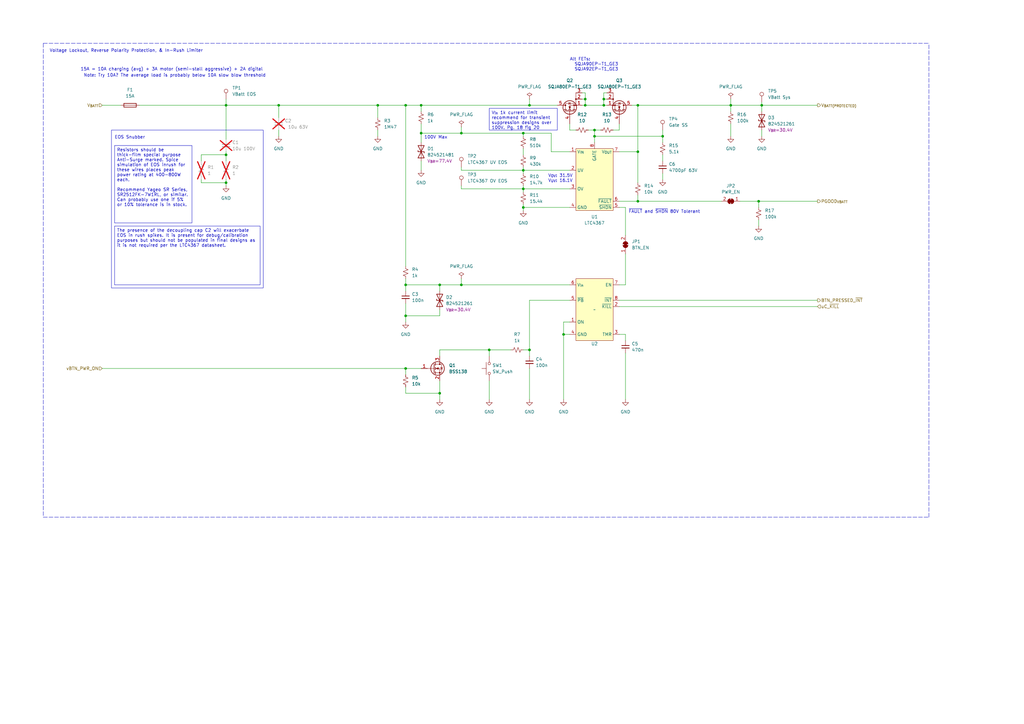
<source format=kicad_sch>
(kicad_sch (version 20230121) (generator eeschema)
  (paper "A3")
  (title_block (title "Kicker v3.0") (date "2023-11-07") (rev "0") (company "SSL A-Team") (comment 1 "Author: William Stuckey"))
  (lib_symbols
    (symbol "AT-PowerIC:LTC2955-1"
      (property "Reference" "U" (at 0 -13.97 0))
      (property "Value" "LTC2955-1" (at 0 13.97 0))
      (symbol "LTC2955-1_1_1"
        (rectangle (start -7.62 12.7) (end 7.62 -12.7) (fill (type background)))
        (pin input line (at -10.16 -5.08 0) (length 2.54) (name "ON") (number "1"))
        (pin input line (at 10.16 1.27 180) (length 2.54) (name "~{KILL}") (number "2"))
        (pin bidirectional line (at 10.16 -10.16 180) (length 2.54) (name "TMR") (number "3"))
        (pin power_in line (at -10.16 -10.16 0) (length 2.54) (name "GND") (number "4"))
        (pin input line (at -10.16 3.81 0) (length 2.54) (name "~{PB}") (number "5"))
        (pin power_in line (at -10.16 10.16 0) (length 2.54) (name "V_{in}") (number "6"))
        (pin power_out line (at 10.16 10.16 180) (length 2.54) (name "EN") (number "7"))
        (pin output line (at 10.16 3.81 180) (length 2.54) (name "~{INT}") (number "8"))
      )
    )
    (symbol "AT-PowerIC:LTC4367"
      (property "Reference" "U" (at 2.54 13.97 0))
      (property "Value" "LTC4367" (at 0 -15.24 0))
      (symbol "LTC4367_0_1"
        (rectangle (start -7.62 12.7) (end 7.62 -12.7) (stroke (width 0.1524)) (fill (type background)))
      )
      (symbol "LTC4367_1_1"
        (pin power_in line (at -10.16 11.43 0) (length 2.54) (name "V_{IN}") (number "1"))
        (pin input line (at -10.16 3.81 0) (length 2.54) (name "UV") (number "2"))
        (pin input line (at -10.16 -3.81 0) (length 2.54) (name "OV") (number "3"))
        (pin power_in line (at -10.16 -11.43 0) (length 2.54) (name "GND") (number "4"))
        (pin input line (at 10.16 -11.43 180) (length 2.54) (name "~{SHDN}") (number "5"))
        (pin open_collector line (at 10.16 -8.89 180) (length 2.54) (name "~{FAULT}") (number "6"))
        (pin input line (at 10.16 11.43 180) (length 2.54) (name "V_{OUT}") (number "7"))
        (pin output line (at 0 15.24 270) (length 2.54) (name "GATE") (number "8"))
      )
    )
    (symbol "AT-Transistors:Q_NMOS_SGD_PowerPAK" (pin_names (offset 0) hide)
      (property "Reference" "Q" (at 5.08 1.27 0))
      (property "Value" "Q_NMOS_SGD_PowerPAK" (at 5.08 -1.27 0))
      (symbol "Q_NMOS_SGD_PowerPAK_0_1"
        (polyline (pts (xy 0.254 0) (xy -2.54 0)))
        (polyline (pts (xy 0.254 1.905) (xy 0.254 -1.905)) (stroke (width 0.254)))
        (polyline (pts (xy 0.762 -1.27) (xy 0.762 -2.286)) (stroke (width 0.254)))
        (polyline (pts (xy 0.762 0.508) (xy 0.762 -0.508)) (stroke (width 0.254)))
        (polyline (pts (xy 0.762 2.286) (xy 0.762 1.27)) (stroke (width 0.254)))
        (polyline (pts (xy 2.54 2.54) (xy 2.54 1.778)))
        (polyline (pts (xy 7.62 -2.54) (xy 5.08 -2.54)) (stroke (width 0.1524)))
        (polyline (pts (xy 2.54 -2.54) (xy 2.54 0) (xy 0.762 0)))
        (polyline (pts (xy 5.08 -2.54) (xy 2.54 -2.54) (xy 3.81 -2.54)) (stroke (width 0.1524)))
        (polyline (pts (xy 0.762 -1.778) (xy 3.302 -1.778) (xy 3.302 1.778) (xy 0.762 1.778)))
        (polyline (pts (xy 1.016 0) (xy 2.032 0.381) (xy 2.032 -0.381) (xy 1.016 0)) (fill (type outline)))
        (polyline (pts (xy 2.794 0.508) (xy 2.921 0.381) (xy 3.683 0.381) (xy 3.81 0.254)))
        (polyline (pts (xy 3.302 0.381) (xy 2.921 -0.254) (xy 3.683 -0.254) (xy 3.302 0.381)))
        (circle (center 1.651 0) (radius 2.794) (stroke (width 0.254)))
        (circle (center 2.54 -2.54) (radius 0.254) (fill (type outline)))
        (circle (center 2.54 -1.778) (radius 0.254) (fill (type outline)))
        (circle (center 2.54 1.778) (radius 0.254) (fill (type outline)))
        (circle (center 5.08 -2.54) (radius 0.254) (fill (type outline)))
      )
      (symbol "Q_NMOS_SGD_PowerPAK_1_1"
        (pin passive line (at 2.54 -5.08 90) (length 2.54) (name "S") (number "1"))
        (pin passive line (at 5.08 -5.08 90) (length 2.54) (name "S") (number "2"))
        (pin passive line (at 7.62 -5.08 90) (length 2.54) (name "S") (number "3"))
        (pin input line (at -5.08 0 0) (length 5.08) (name "G") (number "4"))
        (pin passive line (at 2.54 5.08 270) (length 2.54) (name "D") (number "5"))
      )
    )
    (symbol "Connector:TestPoint" (pin_numbers hide) (pin_names (offset 0.762) hide)
      (property "Reference" "TP" (at 0 6.858 0))
      (property "Value" "TestPoint" (at 0 5.08 0))
      (symbol "TestPoint_0_1"
        (circle (center 0 3.302) (radius 0.762))
      )
      (symbol "TestPoint_1_1"
        (pin passive line (at 0 0 90) (length 2.54) (name "1") (number "1"))
      )
    )
    (symbol "Device:C_Small" (pin_numbers hide) (pin_names (offset 0.254) hide)
      (property "Reference" "C" (at 0.254 1.778 0))
      (property "Value" "C_Small" (at 0.254 -2.032 0))
      (symbol "C_Small_0_1"
        (polyline (pts (xy -1.524 -0.508) (xy 1.524 -0.508)) (stroke (width 0.3302)))
        (polyline (pts (xy -1.524 0.508) (xy 1.524 0.508)) (stroke (width 0.3048)))
      )
      (symbol "C_Small_1_1"
        (pin passive line (at 0 2.54 270) (length 2.032) (name "~") (number "1"))
        (pin passive line (at 0 -2.54 90) (length 2.032) (name "~") (number "2"))
      )
    )
    (symbol "Device:D_TVS" (pin_numbers hide) (pin_names (offset 1.016) hide)
      (property "Reference" "D" (at 0 2.54 0))
      (property "Value" "D_TVS" (at 0 -2.54 0))
      (symbol "D_TVS_0_1"
        (polyline (pts (xy 1.27 0) (xy -1.27 0)))
        (polyline (pts (xy 0.508 1.27) (xy 0 1.27) (xy 0 -1.27) (xy -0.508 -1.27)) (stroke (width 0.254)))
        (polyline (pts (xy -2.54 1.27) (xy -2.54 -1.27) (xy 2.54 1.27) (xy 2.54 -1.27) (xy -2.54 1.27)) (stroke (width 0.254)))
      )
      (symbol "D_TVS_1_1"
        (pin passive line (at -3.81 0 0) (length 2.54) (name "A1") (number "1"))
        (pin passive line (at 3.81 0 180) (length 2.54) (name "A2") (number "2"))
      )
    )
    (symbol "Device:Fuse" (pin_numbers hide) (pin_names (offset 0))
      (property "Reference" "F" (at 2.032 0 90))
      (property "Value" "Fuse" (at -1.905 0 90))
      (symbol "Fuse_0_1"
        (rectangle (start -0.762 -2.54) (end 0.762 2.54) (stroke (width 0.254)))
        (polyline (pts (xy 0 2.54) (xy 0 -2.54)))
      )
      (symbol "Fuse_1_1"
        (pin passive line (at 0 3.81 270) (length 1.27) (name "~") (number "1"))
        (pin passive line (at 0 -3.81 90) (length 1.27) (name "~") (number "2"))
      )
    )
    (symbol "Device:R_Small_US" (pin_numbers hide) (pin_names (offset 0.254) hide)
      (property "Reference" "R" (at 0.762 0.508 0))
      (property "Value" "R_Small_US" (at 0.762 -1.016 0))
      (symbol "R_Small_US_1_1"
        (polyline (pts (xy 0 0) (xy 1.016 -0.381) (xy 0 -0.762) (xy -1.016 -1.143) (xy 0 -1.524)))
        (polyline (pts (xy 0 1.524) (xy 1.016 1.143) (xy 0 0.762) (xy -1.016 0.381) (xy 0 0)))
        (pin passive line (at 0 2.54 270) (length 1.016) (name "~") (number "1"))
        (pin passive line (at 0 -2.54 90) (length 1.016) (name "~") (number "2"))
      )
    )
    (symbol "Device:R_US" (pin_numbers hide) (pin_names (offset 0))
      (property "Reference" "R" (at 2.54 0 90))
      (property "Value" "R_US" (at -2.54 0 90))
      (symbol "R_US_0_1"
        (polyline (pts (xy 0 -2.286) (xy 0 -2.54)))
        (polyline (pts (xy 0 2.286) (xy 0 2.54)))
        (polyline (pts (xy 0 -0.762) (xy 1.016 -1.143) (xy 0 -1.524) (xy -1.016 -1.905) (xy 0 -2.286)))
        (polyline (pts (xy 0 0.762) (xy 1.016 0.381) (xy 0 0) (xy -1.016 -0.381) (xy 0 -0.762)))
        (polyline (pts (xy 0 2.286) (xy 1.016 1.905) (xy 0 1.524) (xy -1.016 1.143) (xy 0 0.762)))
      )
      (symbol "R_US_1_1"
        (pin passive line (at 0 3.81 270) (length 1.27) (name "~") (number "1"))
        (pin passive line (at 0 -3.81 90) (length 1.27) (name "~") (number "2"))
      )
    )
    (symbol "Jumper:SolderJumper_2_Bridged" (pin_names (offset 0) hide)
      (property "Reference" "JP" (at 0 2.032 0))
      (property "Value" "SolderJumper_2_Bridged" (at 0 -2.54 0))
      (symbol "SolderJumper_2_Bridged_0_1"
        (rectangle (start -0.508 0.508) (end 0.508 -0.508) (fill (type outline)))
        (arc (start -0.254 1.016) (mid -1.2656 0) (end -0.254 -1.016))
        (arc (start -0.254 1.016) (mid -1.2656 0) (end -0.254 -1.016) (fill (type outline)))
        (polyline (pts (xy -0.254 1.016) (xy -0.254 -1.016)))
        (polyline (pts (xy 0.254 1.016) (xy 0.254 -1.016)))
        (arc (start 0.254 -1.016) (mid 1.2656 0) (end 0.254 1.016))
        (arc (start 0.254 -1.016) (mid 1.2656 0) (end 0.254 1.016) (fill (type outline)))
      )
      (symbol "SolderJumper_2_Bridged_1_1"
        (pin passive line (at -3.81 0 0) (length 2.54) (name "A") (number "1"))
        (pin passive line (at 3.81 0 180) (length 2.54) (name "B") (number "2"))
      )
    )
    (symbol "Switch:SW_Push" (pin_numbers hide) (pin_names (offset 1.016) hide)
      (property "Reference" "SW" (at 1.27 2.54 0))
      (property "Value" "SW_Push" (at 0 -1.524 0))
      (symbol "SW_Push_0_1"
        (circle (center -2.032 0) (radius 0.508))
        (polyline (pts (xy 0 1.27) (xy 0 3.048)))
        (polyline (pts (xy 2.54 1.27) (xy -2.54 1.27)))
        (circle (center 2.032 0) (radius 0.508))
        (pin passive line (at -5.08 0 0) (length 2.54) (name "1") (number "1"))
        (pin passive line (at 5.08 0 180) (length 2.54) (name "2") (number "2"))
      )
    )
    (symbol "Transistor_FET:BSS138" (pin_names hide)
      (property "Reference" "Q" (at 5.08 1.905 0))
      (property "Value" "BSS138" (at 5.08 0 0))
      (symbol "BSS138_0_1"
        (polyline (pts (xy 0.254 0) (xy -2.54 0)))
        (polyline (pts (xy 0.254 1.905) (xy 0.254 -1.905)) (stroke (width 0.254)))
        (polyline (pts (xy 0.762 -1.27) (xy 0.762 -2.286)) (stroke (width 0.254)))
        (polyline (pts (xy 0.762 0.508) (xy 0.762 -0.508)) (stroke (width 0.254)))
        (polyline (pts (xy 0.762 2.286) (xy 0.762 1.27)) (stroke (width 0.254)))
        (polyline (pts (xy 2.54 2.54) (xy 2.54 1.778)))
        (polyline (pts (xy 2.54 -2.54) (xy 2.54 0) (xy 0.762 0)))
        (polyline (pts (xy 0.762 -1.778) (xy 3.302 -1.778) (xy 3.302 1.778) (xy 0.762 1.778)))
        (polyline (pts (xy 1.016 0) (xy 2.032 0.381) (xy 2.032 -0.381) (xy 1.016 0)) (fill (type outline)))
        (polyline (pts (xy 2.794 0.508) (xy 2.921 0.381) (xy 3.683 0.381) (xy 3.81 0.254)))
        (polyline (pts (xy 3.302 0.381) (xy 2.921 -0.254) (xy 3.683 -0.254) (xy 3.302 0.381)))
        (circle (center 1.651 0) (radius 2.794) (stroke (width 0.254)))
        (circle (center 2.54 -1.778) (radius 0.254) (fill (type outline)))
        (circle (center 2.54 1.778) (radius 0.254) (fill (type outline)))
      )
      (symbol "BSS138_1_1"
        (pin input line (at -5.08 0 0) (length 2.54) (name "G") (number "1"))
        (pin passive line (at 2.54 -5.08 90) (length 2.54) (name "S") (number "2"))
        (pin passive line (at 2.54 5.08 270) (length 2.54) (name "D") (number "3"))
      )
    )
    (symbol "power:GND" (power) (pin_names (offset 0))
      (property "Value" "GND" (at 0 -3.81 0))
      (symbol "GND_0_1"
        (polyline (pts (xy 0 0) (xy 0 -1.27) (xy 1.27 -1.27) (xy 0 -2.54) (xy -1.27 -1.27) (xy 0 -1.27)))
      )
      (symbol "GND_1_1"
        (pin power_in line (at 0 0 270) (length 0) hide (name "GND") (number "1"))
      )
    )
    (symbol "power:PWR_FLAG" (power) (pin_numbers hide) (pin_names (offset 0) hide)
      (property "Value" "PWR_FLAG" (at 0 3.81 0))
      (symbol "PWR_FLAG_0_0"
        (pin power_out line (at 0 0 90) (length 0) (name "pwr") (number "1"))
      )
      (symbol "PWR_FLAG_0_1"
        (polyline (pts (xy 0 0) (xy 0 1.27) (xy -1.016 1.905) (xy 0 2.54) (xy 1.016 1.905) (xy 0 1.27)))
      )
    )
  )
  (junction (at 180.34 161.29))
  (junction (at 312.42 43.18))
  (junction (at 214.63 77.47) (diameter 0.9144))
  (junction (at 311.15 82.55))
  (junction (at 166.37 151.13))
  (junction (at 172.72 54.61))
  (junction (at 271.78 55.88))
  (junction (at 92.71 63.5))
  (junction (at 240.03 40.64))
  (junction (at 243.84 55.88) (diameter 0.9144))
  (junction (at 214.63 54.61))
  (junction (at 166.37 43.18))
  (junction (at 189.23 116.84))
  (junction (at 261.62 62.23))
  (junction (at 166.37 129.54))
  (junction (at 243.84 53.34) (diameter 0.9144))
  (junction (at 247.65 43.18))
  (junction (at 247.65 40.64))
  (junction (at 214.63 69.85) (diameter 0.9144))
  (junction (at 92.71 43.18))
  (junction (at 299.72 43.18) (diameter 0.9144))
  (junction (at 261.62 43.18) (diameter 0.9144))
  (junction (at 240.03 43.18))
  (junction (at 92.71 74.93))
  (junction (at 261.62 82.55))
  (junction (at 200.66 143.51))
  (junction (at 172.72 43.18))
  (junction (at 154.94 43.18))
  (junction (at 166.37 116.84))
  (junction (at 214.63 85.09) (diameter 0.9144))
  (junction (at 180.34 116.84))
  (junction (at 217.17 43.18) (diameter 0.9144))
  (junction (at 231.14 137.16))
  (junction (at 217.17 143.51))
  (junction (at 189.23 54.61))
  (junction (at 114.3 43.18))
  (wire (pts (xy 214.63 77.47) (xy 214.63 78.74)))
  (wire (pts (xy 240.03 43.18) (xy 247.65 43.18)))
  (polyline (pts (xy 17.78 17.78) (xy 381 17.78)) (stroke (width 0) (type dash)))
  (wire (pts (xy 214.63 69.85) (xy 233.68 69.85)))
  (wire (pts (xy 180.34 116.84) (xy 189.23 116.84)))
  (wire (pts (xy 214.63 76.2) (xy 214.63 77.47)))
  (polyline (pts (xy 17.78 212.09) (xy 381 212.09)) (stroke (width 0) (type dash)))
  (wire (pts (xy 312.42 53.34) (xy 312.42 55.88)))
  (wire (pts (xy 92.71 74.93) (xy 92.71 76.2)))
  (wire (pts (xy 92.71 63.5) (xy 92.71 66.04)))
  (wire (pts (xy 243.84 53.34) (xy 246.38 53.34)))
  (wire (pts (xy 311.15 82.55) (xy 311.15 85.09)))
  (wire (pts (xy 247.65 38.1) (xy 247.65 40.64)))
  (wire (pts (xy 41.91 43.18) (xy 49.53 43.18)))
  (wire (pts (xy 233.68 137.16) (xy 231.14 137.16)))
  (wire (pts (xy 214.63 60.96) (xy 214.63 63.5)))
  (wire (pts (xy 311.15 82.55) (xy 335.28 82.55)))
  (wire (pts (xy 261.62 80.01) (xy 261.62 82.55)))
  (wire (pts (xy 240.03 38.1) (xy 240.03 40.64)))
  (wire (pts (xy 217.17 143.51) (xy 217.17 146.05)))
  (wire (pts (xy 114.3 53.34) (xy 114.3 55.88)))
  (wire (pts (xy 271.78 55.88) (xy 271.78 58.42)))
  (wire (pts (xy 82.55 73.66) (xy 82.55 74.93)))
  (wire (pts (xy 214.63 54.61) (xy 214.63 55.88)))
  (wire (pts (xy 154.94 43.18) (xy 166.37 43.18)))
  (wire (pts (xy 92.71 43.18) (xy 114.3 43.18)))
  (wire (pts (xy 217.17 43.18) (xy 228.6 43.18)))
  (wire (pts (xy 180.34 156.21) (xy 180.34 161.29)))
  (wire (pts (xy 200.66 143.51) (xy 200.66 146.05)))
  (wire (pts (xy 311.15 90.17) (xy 311.15 92.71)))
  (wire (pts (xy 180.34 143.51) (xy 180.34 146.05)))
  (wire (pts (xy 217.17 123.19) (xy 217.17 143.51)))
  (wire (pts (xy 166.37 151.13) (xy 166.37 153.67)))
  (wire (pts (xy 247.65 43.18) (xy 248.92 43.18)))
  (wire (pts (xy 214.63 69.85) (xy 214.63 71.12)))
  (wire (pts (xy 299.72 40.64) (xy 299.72 43.18)))
  (wire (pts (xy 254 116.84) (xy 256.54 116.84)))
  (wire (pts (xy 238.76 38.1) (xy 240.03 38.1)))
  (wire (pts (xy 214.63 85.09) (xy 233.68 85.09)))
  (wire (pts (xy 312.42 41.91) (xy 312.42 43.18)))
  (wire (pts (xy 214.63 143.51) (xy 217.17 143.51)))
  (wire (pts (xy 312.42 43.18) (xy 312.42 45.72)))
  (wire (pts (xy 214.63 54.61) (xy 226.06 54.61)))
  (wire (pts (xy 180.34 161.29) (xy 180.34 163.83)))
  (wire (pts (xy 82.55 74.93) (xy 92.71 74.93)))
  (wire (pts (xy 254 82.55) (xy 261.62 82.55)))
  (wire (pts (xy 166.37 151.13) (xy 172.72 151.13)))
  (wire (pts (xy 180.34 116.84) (xy 180.34 119.38)))
  (wire (pts (xy 172.72 66.04) (xy 172.72 69.85)))
  (wire (pts (xy 154.94 43.18) (xy 154.94 48.26)))
  (polyline (pts (xy 381 212.09) (xy 381 17.78)) (stroke (width 0) (type dash)))
  (polyline (pts (xy 17.78 17.78) (xy 17.78 212.09)) (stroke (width 0) (type dash)))
  (wire (pts (xy 271.78 63.5) (xy 271.78 66.04)))
  (wire (pts (xy 189.23 76.2) (xy 189.23 77.47)))
  (wire (pts (xy 238.76 43.18) (xy 240.03 43.18)))
  (wire (pts (xy 251.46 53.34) (xy 254 53.34)))
  (wire (pts (xy 57.15 43.18) (xy 92.71 43.18)))
  (wire (pts (xy 256.54 144.78) (xy 256.54 163.83)))
  (wire (pts (xy 166.37 43.18) (xy 172.72 43.18)))
  (wire (pts (xy 180.34 127) (xy 180.34 129.54)))
  (wire (pts (xy 172.72 43.18) (xy 217.17 43.18)))
  (wire (pts (xy 261.62 62.23) (xy 261.62 74.93)))
  (wire (pts (xy 189.23 68.58) (xy 189.23 69.85)))
  (wire (pts (xy 256.54 139.7) (xy 256.54 137.16)))
  (wire (pts (xy 200.66 156.21) (xy 200.66 163.83)))
  (wire (pts (xy 243.84 53.34) (xy 243.84 55.88)))
  (wire (pts (xy 231.14 137.16) (xy 231.14 163.83)))
  (wire (pts (xy 189.23 77.47) (xy 214.63 77.47)))
  (wire (pts (xy 271.78 53.34) (xy 271.78 55.88)))
  (wire (pts (xy 261.62 82.55) (xy 295.91 82.55)))
  (wire (pts (xy 41.91 151.13) (xy 166.37 151.13)))
  (wire (pts (xy 166.37 158.75) (xy 166.37 161.29)))
  (wire (pts (xy 92.71 40.64) (xy 92.71 43.18)))
  (wire (pts (xy 243.84 55.88) (xy 243.84 58.42)))
  (wire (pts (xy 214.63 85.09) (xy 214.63 86.36)))
  (wire (pts (xy 254 123.19) (xy 335.28 123.19)))
  (wire (pts (xy 248.92 38.1) (xy 247.65 38.1)))
  (wire (pts (xy 299.72 43.18) (xy 299.72 45.72)))
  (wire (pts (xy 189.23 52.07) (xy 189.23 54.61)))
  (wire (pts (xy 254 85.09) (xy 256.54 85.09)))
  (wire (pts (xy 189.23 114.3) (xy 189.23 116.84)))
  (wire (pts (xy 254 125.73) (xy 335.28 125.73)))
  (wire (pts (xy 259.08 43.18) (xy 261.62 43.18)))
  (wire (pts (xy 256.54 85.09) (xy 256.54 96.52)))
  (wire (pts (xy 303.53 82.55) (xy 311.15 82.55)))
  (wire (pts (xy 189.23 69.85) (xy 214.63 69.85)))
  (wire (pts (xy 248.92 40.64) (xy 247.65 40.64)))
  (wire (pts (xy 231.14 132.08) (xy 231.14 137.16)))
  (wire (pts (xy 92.71 73.66) (xy 92.71 74.93)))
  (wire (pts (xy 154.94 53.34) (xy 154.94 55.88)))
  (wire (pts (xy 114.3 43.18) (xy 114.3 48.26)))
  (wire (pts (xy 254 62.23) (xy 261.62 62.23)))
  (wire (pts (xy 166.37 129.54) (xy 180.34 129.54)))
  (wire (pts (xy 166.37 129.54) (xy 166.37 132.08)))
  (wire (pts (xy 299.72 43.18) (xy 312.42 43.18)))
  (wire (pts (xy 226.06 62.23) (xy 233.68 62.23)))
  (wire (pts (xy 299.72 50.8) (xy 299.72 55.88)))
  (wire (pts (xy 189.23 116.84) (xy 233.68 116.84)))
  (wire (pts (xy 200.66 143.51) (xy 209.55 143.51)))
  (wire (pts (xy 180.34 143.51) (xy 200.66 143.51)))
  (wire (pts (xy 233.68 132.08) (xy 231.14 132.08)))
  (wire (pts (xy 233.68 50.8) (xy 233.68 53.34)))
  (wire (pts (xy 214.63 85.09) (xy 214.63 83.82)))
  (wire (pts (xy 217.17 40.64) (xy 217.17 43.18)))
  (wire (pts (xy 226.06 62.23) (xy 226.06 54.61)))
  (wire (pts (xy 82.55 66.04) (xy 82.55 63.5)))
  (wire (pts (xy 214.63 68.58) (xy 214.63 69.85)))
  (wire (pts (xy 172.72 43.18) (xy 172.72 45.72)))
  (wire (pts (xy 240.03 40.64) (xy 240.03 43.18)))
  (wire (pts (xy 92.71 43.18) (xy 92.71 57.15)))
  (wire (pts (xy 233.68 53.34) (xy 236.22 53.34)))
  (wire (pts (xy 271.78 71.12) (xy 271.78 73.66)))
  (wire (pts (xy 166.37 43.18) (xy 166.37 109.22)))
  (wire (pts (xy 243.84 55.88) (xy 271.78 55.88)))
  (wire (pts (xy 217.17 151.13) (xy 217.17 163.83)))
  (wire (pts (xy 189.23 54.61) (xy 214.63 54.61)))
  (wire (pts (xy 254 53.34) (xy 254 50.8)))
  (wire (pts (xy 166.37 124.46) (xy 166.37 129.54)))
  (wire (pts (xy 233.68 123.19) (xy 217.17 123.19)))
  (wire (pts (xy 114.3 43.18) (xy 154.94 43.18)))
  (wire (pts (xy 256.54 104.14) (xy 256.54 116.84)))
  (wire (pts (xy 166.37 116.84) (xy 166.37 119.38)))
  (wire (pts (xy 214.63 77.47) (xy 233.68 77.47)))
  (wire (pts (xy 166.37 161.29) (xy 180.34 161.29)))
  (wire (pts (xy 238.76 40.64) (xy 240.03 40.64)))
  (wire (pts (xy 172.72 50.8) (xy 172.72 54.61)))
  (wire (pts (xy 172.72 54.61) (xy 189.23 54.61)))
  (wire (pts (xy 261.62 43.18) (xy 299.72 43.18)))
  (wire (pts (xy 261.62 62.23) (xy 261.62 43.18)))
  (wire (pts (xy 312.42 43.18) (xy 335.28 43.18)))
  (wire (pts (xy 247.65 40.64) (xy 247.65 43.18)))
  (wire (pts (xy 241.3 53.34) (xy 243.84 53.34)))
  (wire (pts (xy 166.37 116.84) (xy 180.34 116.84)))
  (wire (pts (xy 256.54 137.16) (xy 254 137.16)))
  (wire (pts (xy 82.55 63.5) (xy 92.71 63.5)))
  (wire (pts (xy 166.37 114.3) (xy 166.37 116.84)))
  (wire (pts (xy 92.71 62.23) (xy 92.71 63.5)))
  (wire (pts (xy 172.72 54.61) (xy 172.72 58.42)))
  (rectangle (start 45.72 53.34) (end 107.95 118.11))
  (text_box "The presence of the decoupling cap C2 will exacerbate EOS in rush spikes. It is present for debug/calibration purposes but should not be populated in final designs as it is not required per the LTC4367 datasheet." (at 46.99 92.71 0) (size 59.69 24.13) (effects (font (size 1.27 1.27)) (justify left top)))
  (text_box "Resistors should be thick-film special purpose Anti-Surge marked. Spice simulation of EOS inrush for these wires places peak power rating at 400-800W each.\n\nRecommend Yageo SR Series, SR2512FK-7W1RL, or similar. Can probably use one if 5% or 10% tolerance is in stock." (at 46.99 59.69 0) (size 31.75 31.75) (effects (font (size 1.27 1.27)) (justify left top)))
  (text_box "V_{in} 1k current limit recommend for transient suppression designs over 100V. Pg. 18 fig 20" (at 200.66 44.45 0) (size 27.94 8.89) (effects (font (size 1.27 1.27)) (justify left top)))
  (text "V_{OV}: 31.5V\nV_{UV}: 16.1V\n" (at 224.79 74.93 0) (effects (font (size 1.27 1.27)) (justify left bottom)))
  (text "~{FAULT} and ~{SHDN} 80V Tolerant" (at 257.81 87.63 0) (effects (font (size 1.27 1.27)) (justify left bottom)))
  (text "100V Max" (at 173.99 57.15 0) (effects (font (size 1.27 1.27)) (justify left bottom)))
  (text "EOS Snubber" (at 46.99 57.15 0) (effects (font (size 1.27 1.27)) (justify left bottom)))
  (text "Voltage Lockout, Reverse Polarity Protection, & In-Rush Limiter" (at 20.32 21.59 0) (effects (font (size 1.27 1.27)) (justify left bottom)))
  (text "15A = 10A charging (avg) + 3A motor (semi-stall aggressive) + 2A digital" (at 33.02 29.21 0) (effects (font (size 1.27 1.27)) (justify left bottom)))
  (text "Alt FETs:\n  SQJA90EP-T1_GE3\n  SQJA92EP-T1_GE3 " (at 233.68 29.21 0) (effects (font (size 1.27 1.27)) (justify left bottom)))
  (text "Note: Try 10A? The average load is probably below 10A slow blow threshold" (at 34.29 31.75 0) (effects (font (size 1.27 1.27)) (justify left bottom)))
  (hierarchical_label "V_{BATT(PROTECTED)}" (shape output) (at 335.28 43.18 0))
  (hierarchical_label "PGOOD_{VBATT}" (shape output) (at 335.28 82.55 0))
  (hierarchical_label "V_{BATT}" (shape input) (at 41.91 43.18 180))
  (hierarchical_label "uC_~{KILL}" (shape input) (at 335.28 125.73 0))
  (hierarchical_label "vBTN_PWR_ON" (shape input) (at 41.91 151.13 180))
  (hierarchical_label "BTN_PRESSED_~{INT}" (shape output) (at 335.28 123.19 0))
  (symbol (lib_id "Device:D_TVS") (at 180.34 123.19 90) (unit 1)
    (property "Reference" "D2" (at 182.88 121.9199 90) (effects (justify right)))
    (property "Value" "824521261" (at 182.88 124.46 90) (effects (justify right)))
    (property "Footprint" "AT-Discrete:D_SMB_Non-Polar" (effects hide))
    (property "V_{BR}" "V_{BR}=30.4V" (at 187.96 127 90))
  )
  (symbol (lib_id "Connector:TestPoint") (at 312.42 41.91 0) (unit 1)
    (property "Reference" "TP5" (at 314.96 37.338 0) (effects (justify left)))
    (property "Value" "VBatt Sys" (at 314.96 39.878 0) (effects (justify left)))
  )
  (symbol (lib_id "power:PWR_FLAG") (at 189.23 52.07 0) (unit 1)
    (property "Reference" "#FLG03" (effects hide))
    (property "Value" "PWR_FLAG" (at 189.23 46.99 0))
  )
  (symbol (lib_id "power:GND") (at 114.3 55.88 0) (unit 1)
    (property "Reference" "#PWR010" (effects hide))
    (property "Value" "GND" (at 114.3 60.96 0))
    (instances (project "kicker" (path "" (reference "#PWR010") (unit 1))) (project "control" (path "" (reference "#PWR035") (unit 1))))
  )
  (symbol (lib_id "Connector:TestPoint") (at 189.23 68.58 0) (unit 1)
    (property "Reference" "TP2" (at 191.77 64.008 0) (effects (justify left)))
    (property "Value" "LTC4367 UV EOS" (at 191.77 66.548 0) (effects (justify left)))
  )
  (symbol (lib_id "power:GND") (at 166.37 132.08 0) (unit 1)
    (property "Reference" "#PWR012" (effects hide))
    (property "Value" "GND" (at 166.37 137.16 0))
  )
  (symbol (lib_id "Device:R_Small_US") (at 214.63 58.42 0) (unit 1)
    (property "Reference" "R8" (at 217.17 57.1499 0) (effects (justify left)))
    (property "Value" "510k" (at 217.17 59.6899 0) (effects (justify left)))
    (property "Footprint" "Resistor_SMD:R_0402_1005Metric" (effects hide))
    (instances (project "kicker" (path "" (reference "R8") (unit 1))) (project "control" (path "" (reference "R31") (unit 1))))
  )
  (symbol (lib_id "Jumper:SolderJumper_2_Bridged") (at 256.54 100.33 90) (unit 1)
    (property "Reference" "JP1" (at 259.08 99.06 90) (effects (justify right)))
    (property "Value" "BTN_EN" (at 259.08 101.6 90) (effects (justify right)))
  )
  (symbol (lib_id "Device:R_Small_US") (at 212.09 143.51 270) (unit 1)
    (property "Reference" "R7" (at 212.09 137.16 90))
    (property "Value" "1k" (at 212.09 139.7 90))
    (property "Footprint" "Resistor_SMD:R_0402_1005Metric" (effects hide))
    (instances (project "kicker" (path "" (reference "R7") (unit 1))) (project "control" (path "" (reference "R34") (unit 1))))
  )
  (symbol (lib_id "Transistor_FET:BSS138") (at 177.8 151.13 0) (unit 1)
    (property "Reference" "Q1" (at 184.15 149.86 0) (effects (justify left)))
    (property "Value" "BSS138" (at 184.15 152.4 0) (effects (justify left)))
    (property "Footprint" "Package_TO_SOT_SMD:SOT-23" (effects hide))
    (property "Datasheet" "https://www.onsemi.com/pub/Collateral/BSS138-D.PDF" (effects hide))
  )
  (symbol (lib_id "Device:R_US") (at 92.71 69.85 0) (unit 1) (dnp yes)
    (property "Reference" "R2" (at 95.25 68.58 0) (effects (justify left)))
    (property "Value" "1" (at 95.25 71.12 0) (effects (justify left)))
    (property "Datasheet" "https://www.yageo.com/upload/media/product/productsearch/datasheet/rchip/PYu-SR_20105_RoHS_L_10.pdf" (effects hide))
    (property "RecommendedMPN" "SR2512FK-7W1RL" (effects hide))
  )
  (symbol (lib_id "Jumper:SolderJumper_2_Bridged") (at 299.72 82.55 180) (unit 1)
    (property "Reference" "JP2" (at 299.72 76.2 0))
    (property "Value" "PWR_EN" (at 299.72 78.74 0))
  )
  (symbol (lib_id "Device:R_Small_US") (at 214.63 81.28 180) (unit 1)
    (property "Reference" "R11" (at 217.17 80.0099 0) (effects (justify right)))
    (property "Value" "15.4k" (at 217.17 82.5499 0) (effects (justify right)))
    (property "Footprint" "Resistor_SMD:R_0402_1005Metric" (effects hide))
    (instances (project "kicker" (path "" (reference "R11") (unit 1))) (project "control" (path "" (reference "R34") (unit 1))))
  )
  (symbol (lib_id "Device:D_TVS") (at 172.72 62.23 90) (unit 1)
    (property "Reference" "D1" (at 175.26 60.9599 90) (effects (justify right)))
    (property "Value" "824521481" (at 175.26 63.5 90) (effects (justify right)))
    (property "Footprint" "AT-Discrete:D_SMB_Non-Polar" (effects hide))
    (property "V_{BR}" "V_{BR}=77.4V" (at 180.34 66.04 90))
    (instances (project "kicker" (path "" (reference "D1") (unit 1))) (project "control" (path "" (reference "D2") (unit 1))))
  )
  (symbol (lib_id "Device:C_Small") (at 166.37 121.92 0) (unit 1)
    (property "Reference" "C3" (at 168.91 120.6562 0) (effects (justify left)))
    (property "Value" "100n" (at 168.91 123.1962 0) (effects (justify left)))
    (property "Footprint" "Capacitor_SMD:C_0603_1608Metric" (effects hide))
    (instances (project "kicker" (path "" (reference "C3") (unit 1))) (project "control" (path "" (reference "C8") (unit 1))))
  )
  (symbol (lib_id "Device:R_Small_US") (at 214.63 73.66 0) (unit 1)
    (property "Reference" "R10" (at 217.17 72.3899 0) (effects (justify left)))
    (property "Value" "14.7k" (at 217.17 74.9299 0) (effects (justify left)))
    (property "Footprint" "Resistor_SMD:R_0402_1005Metric" (effects hide))
    (instances (project "kicker" (path "" (reference "R10") (unit 1))) (project "control" (path "" (reference "R33") (unit 1))))
  )
  (symbol (lib_id "Device:R_Small_US") (at 172.72 48.26 180) (unit 1)
    (property "Reference" "R6" (at 175.26 46.9899 0) (effects (justify right)))
    (property "Value" "1k" (at 175.26 49.5299 0) (effects (justify right)))
    (property "Footprint" "Resistor_SMD:R_0402_1005Metric" (effects hide))
    (instances (project "kicker" (path "" (reference "R6") (unit 1))) (project "control" (path "" (reference "R34") (unit 1))))
  )
  (symbol (lib_id "Switch:SW_Push") (at 200.66 151.13 90) (unit 1)
    (property "Reference" "SW1" (at 201.93 149.86 90) (effects (justify right)))
    (property "Value" "SW_Push" (at 201.93 152.4 90) (effects (justify right)))
  )
  (symbol (lib_id "power:GND") (at 299.72 55.88 0) (unit 1)
    (property "Reference" "#PWR021" (effects hide))
    (property "Value" "GND" (at 299.72 60.96 0))
    (instances (project "kicker" (path "" (reference "#PWR021") (unit 1))) (project "control" (path "" (reference "#PWR037") (unit 1))))
  )
  (symbol (lib_id "Device:Fuse") (at 53.34 43.18 90) (unit 1)
    (property "Reference" "F1" (at 53.34 36.83 90))
    (property "Value" "15A" (at 53.34 39.37 90))
    (property "Footprint" "AT-Fuses:3557-2" (effects hide))
  )
  (symbol (lib_id "Device:R_Small_US") (at 248.92 53.34 90) (unit 1)
    (property "Reference" "R13" (at 248.92 46.99 90))
    (property "Value" "10" (at 248.92 49.53 90))
    (property "Footprint" "Resistor_SMD:R_0402_1005Metric" (effects hide))
    (instances (project "kicker" (path "" (reference "R13") (unit 1))) (project "control" (path "" (reference "R36") (unit 1))))
  )
  (symbol (lib_id "Device:R_Small_US") (at 154.94 50.8 180) (unit 1)
    (property "Reference" "R3" (at 157.48 49.53 0) (effects (justify right)))
    (property "Value" "1M47" (at 157.48 52.07 0) (effects (justify right)))
    (property "Footprint" "Resistor_SMD:R_0402_1005Metric" (effects hide))
    (instances (project "kicker" (path "" (reference "R3") (unit 1))) (project "control" (path "" (reference "R34") (unit 1))))
  )
  (symbol (lib_id "power:GND") (at 154.94 55.88 0) (unit 1)
    (property "Reference" "#PWR011" (effects hide))
    (property "Value" "GND" (at 154.94 60.96 0))
    (instances (project "kicker" (path "" (reference "#PWR011") (unit 1))) (project "control" (path "" (reference "#PWR035") (unit 1))))
  )
  (symbol (lib_id "power:GND") (at 172.72 69.85 0) (unit 1)
    (property "Reference" "#PWR013" (effects hide))
    (property "Value" "GND" (at 172.72 74.93 0))
    (instances (project "kicker" (path "" (reference "#PWR013") (unit 1))) (project "control" (path "" (reference "#PWR035") (unit 1))))
  )
  (symbol (lib_id "AT-Transistors:Q_NMOS_SGD_PowerPAK") (at 254 45.72 270) (mirror x) (unit 1)
    (property "Reference" "Q3" (at 254 33.02 90))
    (property "Value" "SQJA80EP-T1_GE3" (at 254 35.56 90))
    (property "Footprint" "AT-Discrete:PowerPAK_SO-8L_Single" (effects hide))
    (instances (project "kicker" (path "" (reference "Q3") (unit 1))) (project "control" (path "" (reference "Q4") (unit 1))))
  )
  (symbol (lib_id "Device:C_Small") (at 217.17 148.59 0) (unit 1)
    (property "Reference" "C4" (at 219.71 147.3262 0) (effects (justify left)))
    (property "Value" "100n" (at 219.71 149.8662 0) (effects (justify left)))
    (property "Footprint" "Capacitor_SMD:C_0603_1608Metric" (effects hide))
    (instances (project "kicker" (path "" (reference "C4") (unit 1))) (project "control" (path "" (reference "C8") (unit 1))))
  )
  (symbol (lib_id "Device:C_Small") (at 256.54 142.24 0) (unit 1)
    (property "Reference" "C5" (at 259.08 140.9762 0) (effects (justify left)))
    (property "Value" "470n" (at 259.08 143.5162 0) (effects (justify left)))
    (property "Footprint" "Capacitor_SMD:C_0603_1608Metric" (effects hide))
    (instances (project "kicker" (path "" (reference "C5") (unit 1))) (project "control" (path "" (reference "C8") (unit 1))))
  )
  (symbol (lib_id "Device:C_Small") (at 114.3 50.8 0) (unit 1) (dnp yes)
    (property "Reference" "C2" (at 116.84 49.5363 0) (effects (justify left)))
    (property "Value" "10u 63V" (at 118.11 52.07 0) (effects (justify left)))
  )
  (symbol (lib_id "power:GND") (at 271.78 73.66 0) (unit 1)
    (property "Reference" "#PWR020" (effects hide))
    (property "Value" "GND" (at 271.78 78.74 0))
    (instances (project "kicker" (path "" (reference "#PWR020") (unit 1))) (project "control" (path "" (reference "#PWR036") (unit 1))))
  )
  (symbol (lib_id "AT-Transistors:Q_NMOS_SGD_PowerPAK") (at 233.68 45.72 90) (unit 1)
    (property "Reference" "Q2" (at 233.68 33.02 90))
    (property "Value" "SQJA80EP-T1_GE3" (at 233.68 35.56 90))
    (property "Footprint" "AT-Discrete:PowerPAK_SO-8L_Single" (effects hide))
    (instances (project "kicker" (path "" (reference "Q2") (unit 1))) (project "control" (path "" (reference "Q3") (unit 1))))
  )
  (symbol (lib_id "Device:D_TVS") (at 312.42 49.53 90) (unit 1)
    (property "Reference" "D3" (at 314.96 48.2599 90) (effects (justify right)))
    (property "Value" "824521261" (at 314.96 50.8 90) (effects (justify right)))
    (property "Footprint" "AT-Discrete:D_SMB_Non-Polar" (effects hide))
    (property "V_{BR}" "V_{BR}=30.4V" (at 320.04 53.34 90))
    (instances (project "kicker" (path "" (reference "D3") (unit 1))) (project "control" (path "" (reference "D2") (unit 1))))
  )
  (symbol (lib_id "power:GND") (at 214.63 86.36 0) (unit 1)
    (property "Reference" "#PWR016" (effects hide))
    (property "Value" "GND" (at 214.63 91.44 0))
    (instances (project "kicker" (path "" (reference "#PWR016") (unit 1))) (project "control" (path "" (reference "#PWR035") (unit 1))))
  )
  (symbol (lib_id "power:GND") (at 92.71 76.2 0) (unit 1)
    (property "Reference" "#PWR09" (effects hide))
    (property "Value" "GND" (at 92.71 81.28 0))
    (instances (project "kicker" (path "" (reference "#PWR09") (unit 1))) (project "control" (path "" (reference "#PWR035") (unit 1))))
  )
  (symbol (lib_id "Device:C_Small") (at 271.78 68.58 0) (unit 1)
    (property "Reference" "C6" (at 274.32 67.3162 0) (effects (justify left)))
    (property "Value" "4700pF 63V" (at 274.32 69.8562 0) (effects (justify left)))
    (property "Footprint" "Capacitor_SMD:C_0603_1608Metric" (effects hide))
    (instances (project "kicker" (path "" (reference "C6") (unit 1))) (project "control" (path "" (reference "C8") (unit 1))))
  )
  (symbol (lib_id "Connector:TestPoint") (at 92.71 40.64 0) (unit 1)
    (property "Reference" "TP1" (at 95.25 36.068 0) (effects (justify left)))
    (property "Value" "VBatt EOS" (at 95.25 38.608 0) (effects (justify left)))
  )
  (symbol (lib_id "power:PWR_FLAG") (at 217.17 40.64 0) (unit 1)
    (property "Reference" "#FLG05" (effects hide))
    (property "Value" "PWR_FLAG" (at 217.17 35.56 0))
    (instances (project "kicker" (path "" (reference "#FLG05") (unit 1))) (project "control" (path "" (reference "#FLG03") (unit 1))))
  )
  (symbol (lib_id "Device:R_Small_US") (at 166.37 156.21 180) (unit 1)
    (property "Reference" "R5" (at 168.91 154.9399 0) (effects (justify right)))
    (property "Value" "10k" (at 168.91 157.4799 0) (effects (justify right)))
    (property "Footprint" "Resistor_SMD:R_0402_1005Metric" (effects hide))
    (instances (project "kicker" (path "" (reference "R5") (unit 1))) (project "control" (path "" (reference "R34") (unit 1))))
  )
  (symbol (lib_id "Connector:TestPoint") (at 271.78 53.34 0) (unit 1)
    (property "Reference" "TP4" (at 274.32 48.768 0) (effects (justify left)))
    (property "Value" "Gate SS" (at 274.32 51.308 0) (effects (justify left)))
  )
  (symbol (lib_id "Device:R_Small_US") (at 311.15 87.63 0) (unit 1)
    (property "Reference" "R17" (at 313.69 86.3599 0) (effects (justify left)))
    (property "Value" "100k" (at 313.69 88.8999 0) (effects (justify left)))
    (property "Footprint" "Resistor_SMD:R_0402_1005Metric" (effects hide))
    (instances (project "kicker" (path "" (reference "R17") (unit 1))) (project "control" (path "" (reference "R39") (unit 1))))
  )
  (symbol (lib_id "AT-PowerIC:LTC2955-1") (at 243.84 127 0) (unit 1)
    (property "Reference" "U2" (at 243.84 140.97 0))
    (property "Value" "~" (at 243.84 127 0))
    (property "Datasheet" "https://www.analog.com/media/en/technical-documentation/data-sheets/2955fa.pdf" (effects hide))
  )
  (symbol (lib_id "AT-PowerIC:LTC4367") (at 243.84 73.66 0) (unit 1)
    (property "Reference" "U1" (at 243.84 88.9 0))
    (property "Value" "LTC4367" (at 243.84 91.44 0))
    (property "Footprint" "AT-IC:MS8" (effects hide))
  )
  (symbol (lib_id "power:GND") (at 312.42 55.88 0) (unit 1)
    (property "Reference" "#PWR023" (effects hide))
    (property "Value" "GND" (at 312.42 60.96 0))
    (instances (project "kicker" (path "" (reference "#PWR023") (unit 1))) (project "control" (path "" (reference "#PWR037") (unit 1))))
  )
  (symbol (lib_id "Device:C_Small") (at 92.71 59.69 0) (unit 1) (dnp yes)
    (property "Reference" "C1" (at 95.25 58.4263 0) (effects (justify left)))
    (property "Value" "10u 100V" (at 95.25 60.9663 0) (effects (justify left)))
  )
  (symbol (lib_id "power:GND") (at 311.15 92.71 0) (unit 1)
    (property "Reference" "#PWR022" (effects hide))
    (property "Value" "GND" (at 311.15 97.79 0))
    (instances (project "kicker" (path "" (reference "#PWR022") (unit 1))) (project "control" (path "" (reference "#PWR037") (unit 1))))
  )
  (symbol (lib_id "Device:R_Small_US") (at 166.37 111.76 180) (unit 1)
    (property "Reference" "R4" (at 168.91 110.4899 0) (effects (justify right)))
    (property "Value" "1k" (at 168.91 113.0299 0) (effects (justify right)))
    (property "Footprint" "Resistor_SMD:R_0402_1005Metric" (effects hide))
    (instances (project "kicker" (path "" (reference "R4") (unit 1))) (project "control" (path "" (reference "R34") (unit 1))))
  )
  (symbol (lib_id "Device:R_Small_US") (at 214.63 66.04 0) (unit 1)
    (property "Reference" "R9" (at 217.17 64.7699 0) (effects (justify left)))
    (property "Value" "430k" (at 217.17 67.3099 0) (effects (justify left)))
    (property "Footprint" "Resistor_SMD:R_0402_1005Metric" (effects hide))
    (instances (project "kicker" (path "" (reference "R9") (unit 1))) (project "control" (path "" (reference "R32") (unit 1))))
  )
  (symbol (lib_id "power:GND") (at 256.54 163.83 0) (unit 1)
    (property "Reference" "#PWR019" (effects hide))
    (property "Value" "GND" (at 256.54 168.91 0))
  )
  (symbol (lib_id "power:GND") (at 231.14 163.83 0) (unit 1)
    (property "Reference" "#PWR018" (effects hide))
    (property "Value" "GND" (at 231.14 168.91 0))
  )
  (symbol (lib_id "power:GND") (at 180.34 163.83 0) (unit 1)
    (property "Reference" "#PWR014" (effects hide))
    (property "Value" "GND" (at 180.34 168.91 0))
  )
  (symbol (lib_id "Device:R_Small_US") (at 261.62 77.47 0) (unit 1)
    (property "Reference" "R14" (at 264.16 76.2 0) (effects (justify left)))
    (property "Value" "10k" (at 264.16 78.74 0) (effects (justify left)))
    (property "Footprint" "Resistor_SMD:R_0402_1005Metric" (effects hide))
    (instances (project "kicker" (path "" (reference "R14") (unit 1))) (project "control" (path "" (reference "R37") (unit 1))))
  )
  (symbol (lib_id "Device:R_Small_US") (at 299.72 48.26 0) (unit 1)
    (property "Reference" "R16" (at 302.26 46.9899 0) (effects (justify left)))
    (property "Value" "100k" (at 302.26 49.5299 0) (effects (justify left)))
    (property "Footprint" "Resistor_SMD:R_0402_1005Metric" (effects hide))
    (instances (project "kicker" (path "" (reference "R16") (unit 1))) (project "control" (path "" (reference "R39") (unit 1))))
  )
  (symbol (lib_id "power:PWR_FLAG") (at 299.72 40.64 0) (unit 1)
    (property "Reference" "#FLG06" (effects hide))
    (property "Value" "PWR_FLAG" (at 299.72 35.56 0))
    (instances (project "kicker" (path "" (reference "#FLG06") (unit 1))) (project "control" (path "" (reference "#FLG04") (unit 1))))
  )
  (symbol (lib_id "power:GND") (at 200.66 163.83 0) (unit 1)
    (property "Reference" "#PWR015" (effects hide))
    (property "Value" "GND" (at 200.66 168.91 0))
  )
  (symbol (lib_id "Device:R_Small_US") (at 238.76 53.34 90) (unit 1)
    (property "Reference" "R12" (at 238.76 46.99 90))
    (property "Value" "10" (at 238.76 49.53 90))
    (property "Footprint" "Resistor_SMD:R_0402_1005Metric" (effects hide))
    (instances (project "kicker" (path "" (reference "R12") (unit 1))) (project "control" (path "" (reference "R35") (unit 1))))
  )
  (symbol (lib_id "Device:R_US") (at 82.55 69.85 0) (unit 1) (dnp yes)
    (property "Reference" "R1" (at 85.09 68.58 0) (effects (justify left)))
    (property "Value" "1" (at 85.09 71.12 0) (effects (justify left)))
    (property "Datasheet" "https://www.yageo.com/upload/media/product/productsearch/datasheet/rchip/PYu-SR_20105_RoHS_L_10.pdf" (effects hide))
    (property "RecommendedMPN" "SR2512FK-7W1RL" (effects hide))
  )
  (symbol (lib_id "power:PWR_FLAG") (at 189.23 114.3 0) (unit 1)
    (property "Reference" "#FLG04" (effects hide))
    (property "Value" "PWR_FLAG" (at 189.23 109.22 0))
    (instances (project "kicker" (path "" (reference "#FLG04") (unit 1))) (project "control" (path "" (reference "#FLG03") (unit 1))))
  )
  (symbol (lib_id "power:GND") (at 217.17 163.83 0) (unit 1)
    (property "Reference" "#PWR017" (effects hide))
    (property "Value" "GND" (at 217.17 168.91 0))
  )
  (symbol (lib_id "Device:R_Small_US") (at 271.78 60.96 0) (unit 1)
    (property "Reference" "R15" (at 274.32 59.6899 0) (effects (justify left)))
    (property "Value" "5.1k" (at 274.32 62.2299 0) (effects (justify left)))
    (property "Footprint" "Resistor_SMD:R_0603_1608Metric" (effects hide))
    (instances (project "kicker" (path "" (reference "R15") (unit 1))) (project "control" (path "" (reference "R38") (unit 1))))
  )
  (symbol (lib_id "Connector:TestPoint") (at 189.23 76.2 0) (unit 1)
    (property "Reference" "TP3" (at 191.77 71.628 0) (effects (justify left)))
    (property "Value" "LTC4367 OV EOS" (at 191.77 74.168 0) (effects (justify left)))
  )
)
</source>
